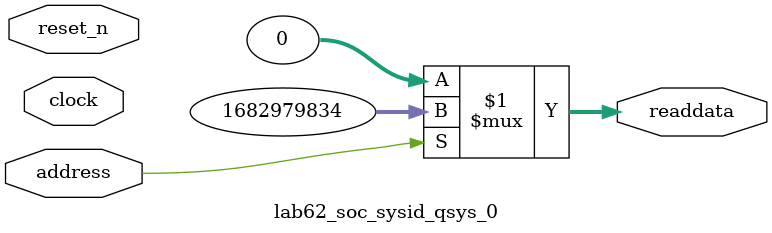
<source format=v>



// synthesis translate_off
`timescale 1ns / 1ps
// synthesis translate_on

// turn off superfluous verilog processor warnings 
// altera message_level Level1 
// altera message_off 10034 10035 10036 10037 10230 10240 10030 

module lab62_soc_sysid_qsys_0 (
               // inputs:
                address,
                clock,
                reset_n,

               // outputs:
                readdata
             )
;

  output  [ 31: 0] readdata;
  input            address;
  input            clock;
  input            reset_n;

  wire    [ 31: 0] readdata;
  //control_slave, which is an e_avalon_slave
  assign readdata = address ? 1682979834 : 0;

endmodule



</source>
